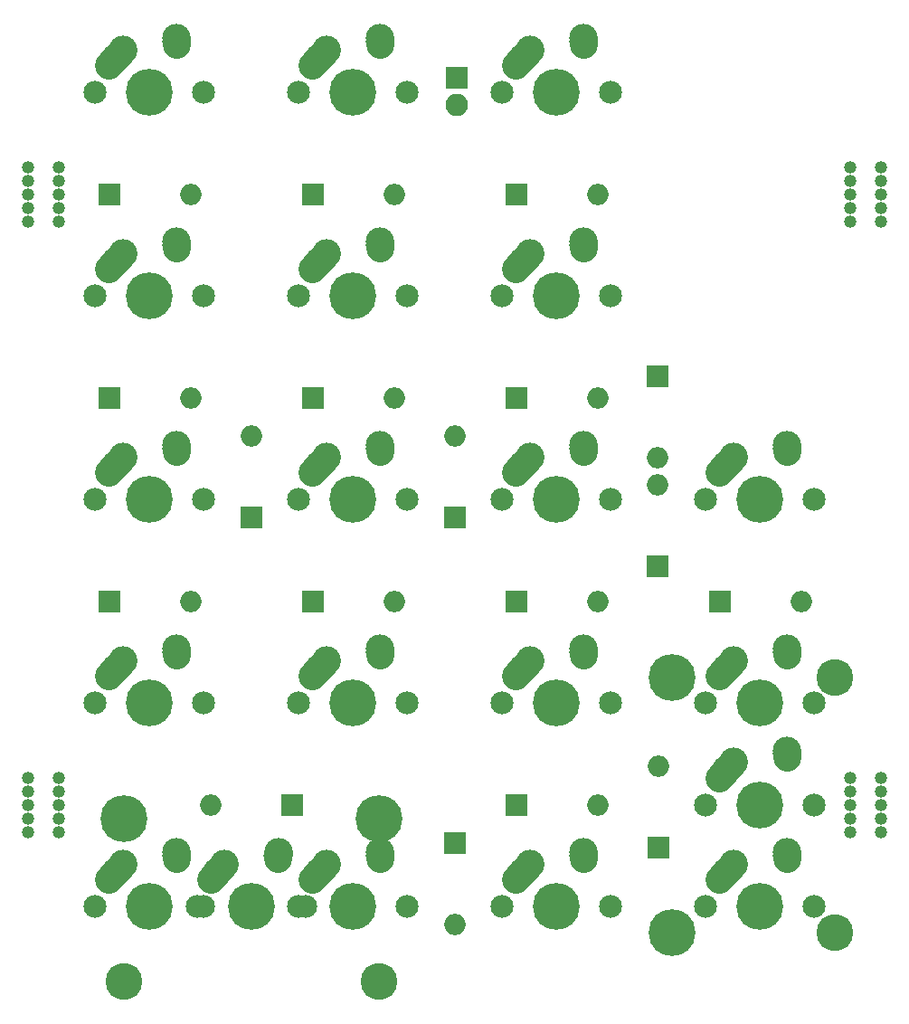
<source format=gbs>
G04 #@! TF.GenerationSoftware,KiCad,Pcbnew,(5.1.4)-1*
G04 #@! TF.CreationDate,2021-07-20T11:22:30+01:00*
G04 #@! TF.ProjectId,AleeMacro,416c6565-4d61-4637-926f-2e6b69636164,rev?*
G04 #@! TF.SameCoordinates,Original*
G04 #@! TF.FileFunction,Soldermask,Bot*
G04 #@! TF.FilePolarity,Negative*
%FSLAX46Y46*%
G04 Gerber Fmt 4.6, Leading zero omitted, Abs format (unit mm)*
G04 Created by KiCad (PCBNEW (5.1.4)-1) date 2021-07-20 11:22:30*
%MOMM*%
%LPD*%
G04 APERTURE LIST*
%ADD10C,2.650000*%
%ADD11C,2.650000*%
%ADD12C,4.387800*%
%ADD13C,2.150000*%
%ADD14R,2.100000X2.100000*%
%ADD15O,2.100000X2.100000*%
%ADD16C,3.448000*%
%ADD17O,2.000000X2.000000*%
%ADD18R,2.000000X2.000000*%
%ADD19C,1.187400*%
G04 APERTURE END LIST*
D10*
X160476250Y-67441250D03*
D11*
X160456250Y-67731250D02*
X160496250Y-67151250D01*
D10*
X160496250Y-67151250D03*
X154801251Y-68961250D03*
D11*
X154146250Y-69691250D02*
X155456252Y-68231250D01*
D12*
X157956250Y-72231250D03*
D10*
X155456250Y-68231250D03*
D13*
X152876250Y-72231250D03*
X163036250Y-72231250D03*
D14*
X148590000Y-51816000D03*
D15*
X148590000Y-54356000D03*
D13*
X143986250Y-110331250D03*
X133826250Y-110331250D03*
D10*
X136406250Y-106331250D03*
D12*
X138906250Y-110331250D03*
D10*
X135751251Y-107061250D03*
D11*
X135096250Y-107791250D02*
X136406252Y-106331250D01*
D10*
X141446250Y-105251250D03*
X141426250Y-105541250D03*
D11*
X141406250Y-105831250D02*
X141446250Y-105251250D01*
D10*
X122376250Y-67441250D03*
D11*
X122356250Y-67731250D02*
X122396250Y-67151250D01*
D10*
X122396250Y-67151250D03*
X116701251Y-68961250D03*
D11*
X116046250Y-69691250D02*
X117356252Y-68231250D01*
D12*
X119856250Y-72231250D03*
D10*
X117356250Y-68231250D03*
D13*
X114776250Y-72231250D03*
X124936250Y-72231250D03*
D10*
X160476250Y-48391250D03*
D11*
X160456250Y-48681250D02*
X160496250Y-48101250D01*
D10*
X160496250Y-48101250D03*
X154801251Y-49911250D03*
D11*
X154146250Y-50641250D02*
X155456252Y-49181250D01*
D12*
X157956250Y-53181250D03*
D10*
X155456250Y-49181250D03*
D13*
X152876250Y-53181250D03*
X163036250Y-53181250D03*
X182086250Y-110331250D03*
X171926250Y-110331250D03*
D10*
X174506250Y-106331250D03*
D12*
X177006250Y-110331250D03*
D10*
X173851251Y-107061250D03*
D11*
X173196250Y-107791250D02*
X174506252Y-106331250D01*
D10*
X179546250Y-105251250D03*
X179526250Y-105541250D03*
D11*
X179506250Y-105831250D02*
X179546250Y-105251250D01*
D12*
X168751250Y-107918250D03*
X168751250Y-131794250D03*
D16*
X183991250Y-107918250D03*
X183991250Y-131794250D03*
D13*
X182086250Y-119856250D03*
X171926250Y-119856250D03*
D10*
X174506250Y-115856250D03*
D12*
X177006250Y-119856250D03*
D10*
X173851251Y-116586250D03*
D11*
X173196250Y-117316250D02*
X174506252Y-115856250D01*
D10*
X179546250Y-114776250D03*
X179526250Y-115066250D03*
D11*
X179506250Y-115356250D02*
X179546250Y-114776250D01*
D13*
X143986250Y-72231250D03*
X133826250Y-72231250D03*
D10*
X136406250Y-68231250D03*
D12*
X138906250Y-72231250D03*
D10*
X135751251Y-68961250D03*
D11*
X135096250Y-69691250D02*
X136406252Y-68231250D01*
D10*
X141446250Y-67151250D03*
X141426250Y-67441250D03*
D11*
X141406250Y-67731250D02*
X141446250Y-67151250D01*
D13*
X124936250Y-91281250D03*
X114776250Y-91281250D03*
D10*
X117356250Y-87281250D03*
D12*
X119856250Y-91281250D03*
D10*
X116701251Y-88011250D03*
D11*
X116046250Y-88741250D02*
X117356252Y-87281250D01*
D10*
X122396250Y-86201250D03*
X122376250Y-86491250D03*
D11*
X122356250Y-86781250D02*
X122396250Y-86201250D01*
D13*
X143986250Y-91281250D03*
X133826250Y-91281250D03*
D10*
X136406250Y-87281250D03*
D12*
X138906250Y-91281250D03*
D10*
X135751251Y-88011250D03*
D11*
X135096250Y-88741250D02*
X136406252Y-87281250D01*
D10*
X141446250Y-86201250D03*
X141426250Y-86491250D03*
D11*
X141406250Y-86781250D02*
X141446250Y-86201250D01*
D17*
X123698000Y-62738000D03*
D18*
X116078000Y-62738000D03*
D17*
X142748000Y-62738000D03*
D18*
X135128000Y-62738000D03*
D17*
X161798000Y-62738000D03*
D18*
X154178000Y-62738000D03*
D17*
X123698000Y-81788000D03*
D18*
X116078000Y-81788000D03*
X135128000Y-81788000D03*
D17*
X142748000Y-81788000D03*
X161798000Y-81788000D03*
D18*
X154178000Y-81788000D03*
D17*
X129413000Y-85344000D03*
D18*
X129413000Y-92964000D03*
X148463000Y-92964000D03*
D17*
X148463000Y-85344000D03*
X167386000Y-89916000D03*
D18*
X167386000Y-97536000D03*
X167386000Y-79756000D03*
D17*
X167386000Y-87376000D03*
X123698000Y-100838000D03*
D18*
X116078000Y-100838000D03*
D17*
X142748000Y-100838000D03*
D18*
X135128000Y-100838000D03*
D17*
X161798000Y-100838000D03*
D18*
X154178000Y-100838000D03*
X173228000Y-100838000D03*
D17*
X180848000Y-100838000D03*
X125603000Y-119888000D03*
D18*
X133223000Y-119888000D03*
X148463000Y-123444000D03*
D17*
X148463000Y-131064000D03*
D18*
X154178000Y-119888000D03*
D17*
X161798000Y-119888000D03*
D18*
X167481250Y-123825000D03*
D17*
X167481250Y-116205000D03*
D10*
X122376250Y-48391250D03*
D11*
X122356250Y-48681250D02*
X122396250Y-48101250D01*
D10*
X122396250Y-48101250D03*
X116701251Y-49911250D03*
D11*
X116046250Y-50641250D02*
X117356252Y-49181250D01*
D12*
X119856250Y-53181250D03*
D10*
X117356250Y-49181250D03*
D13*
X114776250Y-53181250D03*
X124936250Y-53181250D03*
X143986250Y-53181250D03*
X133826250Y-53181250D03*
D10*
X136406250Y-49181250D03*
D12*
X138906250Y-53181250D03*
D10*
X135751251Y-49911250D03*
D11*
X135096250Y-50641250D02*
X136406252Y-49181250D01*
D10*
X141446250Y-48101250D03*
X141426250Y-48391250D03*
D11*
X141406250Y-48681250D02*
X141446250Y-48101250D01*
D13*
X163036250Y-91281250D03*
X152876250Y-91281250D03*
D10*
X155456250Y-87281250D03*
D12*
X157956250Y-91281250D03*
D10*
X154801251Y-88011250D03*
D11*
X154146250Y-88741250D02*
X155456252Y-87281250D01*
D10*
X160496250Y-86201250D03*
X160476250Y-86491250D03*
D11*
X160456250Y-86781250D02*
X160496250Y-86201250D01*
D10*
X179526250Y-86491250D03*
D11*
X179506250Y-86781250D02*
X179546250Y-86201250D01*
D10*
X179546250Y-86201250D03*
X173851251Y-88011250D03*
D11*
X173196250Y-88741250D02*
X174506252Y-87281250D01*
D12*
X177006250Y-91281250D03*
D10*
X174506250Y-87281250D03*
D13*
X171926250Y-91281250D03*
X182086250Y-91281250D03*
D10*
X122376250Y-105541250D03*
D11*
X122356250Y-105831250D02*
X122396250Y-105251250D01*
D10*
X122396250Y-105251250D03*
X116701251Y-107061250D03*
D11*
X116046250Y-107791250D02*
X117356252Y-106331250D01*
D12*
X119856250Y-110331250D03*
D10*
X117356250Y-106331250D03*
D13*
X114776250Y-110331250D03*
X124936250Y-110331250D03*
D10*
X160476250Y-105541250D03*
D11*
X160456250Y-105831250D02*
X160496250Y-105251250D01*
D10*
X160496250Y-105251250D03*
X154801251Y-107061250D03*
D11*
X154146250Y-107791250D02*
X155456252Y-106331250D01*
D12*
X157956250Y-110331250D03*
D10*
X155456250Y-106331250D03*
D13*
X152876250Y-110331250D03*
X163036250Y-110331250D03*
D10*
X122376250Y-124591250D03*
D11*
X122356250Y-124881250D02*
X122396250Y-124301250D01*
D10*
X122396250Y-124301250D03*
X116701251Y-126111250D03*
D11*
X116046250Y-126841250D02*
X117356252Y-125381250D01*
D12*
X119856250Y-129381250D03*
D10*
X117356250Y-125381250D03*
D13*
X114776250Y-129381250D03*
X124936250Y-129381250D03*
X143986250Y-129381250D03*
X133826250Y-129381250D03*
D10*
X136406250Y-125381250D03*
D12*
X138906250Y-129381250D03*
D10*
X135751251Y-126111250D03*
D11*
X135096250Y-126841250D02*
X136406252Y-125381250D01*
D10*
X141446250Y-124301250D03*
X141426250Y-124591250D03*
D11*
X141406250Y-124881250D02*
X141446250Y-124301250D01*
D10*
X160476250Y-124591250D03*
D11*
X160456250Y-124881250D02*
X160496250Y-124301250D01*
D10*
X160496250Y-124301250D03*
X154801251Y-126111250D03*
D11*
X154146250Y-126841250D02*
X155456252Y-125381250D01*
D12*
X157956250Y-129381250D03*
D10*
X155456250Y-125381250D03*
D13*
X152876250Y-129381250D03*
X163036250Y-129381250D03*
X182086250Y-129381250D03*
X171926250Y-129381250D03*
D10*
X174506250Y-125381250D03*
D12*
X177006250Y-129381250D03*
D10*
X173851251Y-126111250D03*
D11*
X173196250Y-126841250D02*
X174506252Y-125381250D01*
D10*
X179546250Y-124301250D03*
X179526250Y-124591250D03*
D11*
X179506250Y-124881250D02*
X179546250Y-124301250D01*
D10*
X131901250Y-124591250D03*
D11*
X131881250Y-124881250D02*
X131921250Y-124301250D01*
D10*
X131921250Y-124301250D03*
X126226251Y-126111250D03*
D11*
X125571250Y-126841250D02*
X126881252Y-125381250D01*
D12*
X129381250Y-129381250D03*
D10*
X126881250Y-125381250D03*
D13*
X124301250Y-129381250D03*
X134461250Y-129381250D03*
D16*
X117443250Y-136366250D03*
X141319250Y-136366250D03*
D12*
X117443250Y-121126250D03*
X141319250Y-121126250D03*
D19*
X185483500Y-65246250D03*
X185483500Y-63976250D03*
X185483500Y-60166250D03*
X185483500Y-61436250D03*
X185483500Y-62706250D03*
X188372750Y-62706250D03*
X188372750Y-63976250D03*
X188372750Y-65246250D03*
X188372750Y-61436250D03*
X188372750Y-60166250D03*
X185483500Y-122396250D03*
X185483500Y-121126250D03*
X185483500Y-117316250D03*
X185483500Y-118586250D03*
X185483500Y-119856250D03*
X188372750Y-119856250D03*
X188372750Y-121126250D03*
X188372750Y-122396250D03*
X188372750Y-118586250D03*
X188372750Y-117316250D03*
X108489750Y-65246250D03*
X108489750Y-63976250D03*
X108489750Y-60166250D03*
X108489750Y-61436250D03*
X108489750Y-62706250D03*
X111379000Y-62706250D03*
X111379000Y-63976250D03*
X111379000Y-65246250D03*
X111379000Y-61436250D03*
X111379000Y-60166250D03*
X108489750Y-122396250D03*
X108489750Y-121126250D03*
X108489750Y-117316250D03*
X108489750Y-118586250D03*
X108489750Y-119856250D03*
X111379000Y-119856250D03*
X111379000Y-121126250D03*
X111379000Y-122396250D03*
X111379000Y-118586250D03*
X111379000Y-117316250D03*
M02*

</source>
